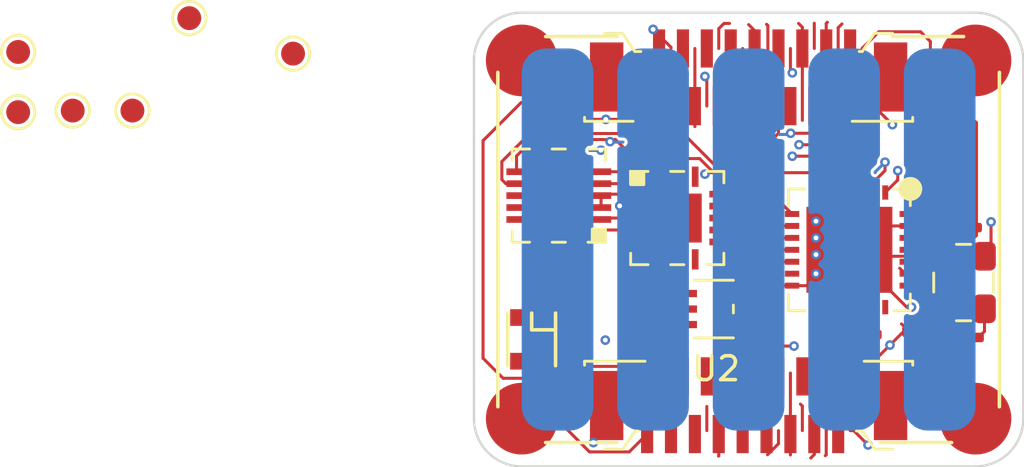
<source format=kicad_pcb>
(kicad_pcb (version 20211014) (generator pcbnew)
  (layers (0 "F.Cu" signal "Front") (1 "In1.Cu" power) (2 "In2.Cu" signal) (3 "In3.Cu" signal) (4 "In4.Cu" signal) (5 "In5.Cu" signal) (6 "In6.Cu" signal) (31 "B.Cu" signal "Back") (34 "B.Paste" user) (35 "F.Paste" user) (36 "B.SilkS" user "B.Silkscreen") (37 "F.SilkS" user "F.Silkscreen") (38 "B.Mask" user) (39 "F.Mask" user) (44 "Edge.Cuts" user))
  (net 0 "")
  (net 1 "Net-(C5-Pad1)")
  (net 2 "Net-(C6-Pad1)")
  (net 3 "Net-(C6-Pad2)")
  (net 4 "GND")
  (net 5 "Net-(C3-Pad1)")
  (net 6 "+3.3V")
  (net 7 "XTAL2")
  (net 8 "XTAL1")
  (net 9 "IN_ref")
  (net 10 "LED_IN")
  (net 11 "ADD_IN1")
  (net 12 "I2C_SDA")
  (net 13 "I2C_SCL")
  (net 14 "ADD_IN2")
  (net 15 "ADD_IN3")
  (net 16 "ADD_IN4")
  (net 17 "AUX1")
  (net 18 "AUX2")
  (net 19 "AUX3")
  (net 20 "SCLK")
  (net 21 "DIN")
  (net 22 "DOUT")
  (net 23 "unconnected-(J1-Pad19)")
  (net 25 "ADD_OUT4")
  (net 26 "ADD_OUT3")
  (net 27 "ADD_OUT2")
  (net 28 "ADD_OUT1")
  (net 29 "LED_OUT")
  (net 30 "unconnected-(J2-Pad19)")
  (net 32 "Net-(R1-Pad2)")
  (net 33 "/drdy")
  (net 34 "Net-(R4-Pad1)")
  (net 35 "CS")
  (net 36 "IN1")
  (net 37 "IN2")
  (net 38 "IN3")
  (net 39 "IN4")
  (net 40 "IN5")
  (net 47 "/A3")
  (net 48 "/carry2")
  (net 50 "/A1")
  (net 51 "/carry0")
  (net 52 "/S1")
  (net 53 "/A0")
  (net 54 "/S0")
  (net 55 "/S3")
  (net 56 "/S2")
  (net 57 "/A2")
  (net 58 "/carry1")
  (footprint "Capacitor_SMD:C_0201_0603Metric" (layer "F.Cu") (at 162.92 100.28)
    (fp_text reference "R1" hide)
    (fp_text value "10K" hide)
    (pad "1" smd roundrect (at -0.32 0) (size 0.46 0.4) (layers "F.Cu" "F.Mask") (net 2 "Net-(C6-Pad1)"))
    (pad "2" smd roundrect (at 0.32 0) (size 0.46 0.4) (layers "F.Cu" "F.Mask") (net 32 "Net-(R1-Pad2)"))
  )
  (footprint "Capacitor_SMD:C_0201_0603Metric" (layer "F.Cu") (at 170.52 101.68 90)
    (fp_text reference "C3" hide)
    (fp_text value "1uF" hide)
    (pad "1" smd roundrect (at -0.32 0 90) (size 0.46 0.4) (layers "F.Cu" "F.Mask") (net 5 "Net-(C3-Pad1)"))
    (pad "2" smd roundrect (at 0.32 0 90) (size 0.46 0.4) (layers "F.Cu" "F.Mask") (net 4 "GND"))
  )
  (footprint "00_Custom:TestPoint_Pad_D1.0mm" (layer "F.Cu") (at 143.425 94.715)
    (fp_text reference "TP4" hide)
    (fp_text value "TP_AUX2" hide)
    (fp_circle (center 0 0) (end 0 0.7) (layer "F.SilkS") (width 0.12) (fill none))
    (pad "1" smd circle (at 0 0) (size 1 1) (layers "F.Cu" "F.Mask") (net 18 "AUX2"))
  )
  (footprint "Capacitor_SMD:C_0201_0603Metric" (layer "F.Cu") (at 170.35 100.49)
    (fp_text reference "C4" hide)
    (fp_text value "100nF" hide)
    (pad "1" smd roundrect (at -0.32 0) (size 0.46 0.4) (layers "F.Cu" "F.Mask") (net 6 "+3.3V"))
    (pad "2" smd roundrect (at 0.32 0) (size 0.46 0.4) (layers "F.Cu" "F.Mask") (net 4 "GND"))
  )
  (footprint "Capacitor_SMD:C_0201_0603Metric" (layer "F.Cu") (at 162.92 101.13)
    (fp_text reference "R2" hide)
    (fp_text value "10M" hide)
    (pad "1" smd roundrect (at -0.32 0) (size 0.46 0.4) (layers "F.Cu" "F.Mask") (net 2 "Net-(C6-Pad1)"))
    (pad "2" smd roundrect (at 0.32 0) (size 0.46 0.4) (layers "F.Cu" "F.Mask") (net 3 "Net-(C6-Pad2)"))
  )
  (footprint "00_Custom:SN74LVC1G132DCKR" (layer "F.Cu") (at 161.036 105.41)
    (fp_text reference "U2" (at 0.1 2.5) (layer "F.SilkS"))
    (fp_text value "SN74LVC1G132DCKR" hide)
    (fp_line (start 0.8255 -1.2065) (end -0.8255 -1.2065) (layer "F.SilkS") (width 0.12))
    (fp_line (start 0.8255 0.164859) (end 0.8255 -0.164859) (layer "F.SilkS") (width 0.12))
    (fp_line (start -0.8255 1.2065) (end 0.8255 1.2065) (layer "F.SilkS") (width 0.12))
    (pad "1" smd rect (at -1.121151 -0.649999) (size 0.845299 0.3048) (layers "F.Cu" "F.Paste" "F.Mask") (net 48 "/carry2"))
    (pad "2" smd rect (at -1.121151 0) (size 0.845299 0.3048) (layers "F.Cu" "F.Paste" "F.Mask") (net 47 "/A3"))
    (pad "3" smd rect (at -1.121151 0.649999) (size 0.845299 0.3048) (layers "F.Cu" "F.Paste" "F.Mask") (net 4 "GND"))
    (pad "4" smd rect (at 1.121151 0.649999) (size 0.845299 0.3048) (layers "F.Cu" "F.Paste" "F.Mask"))
    (pad "5" smd rect (at 1.121151 -0.649999) (size 0.845299 0.3048) (layers "F.Cu" "F.Paste" "F.Mask") (net 6 "+3.3V"))
  )
  (footprint "Capacitor_SMD:C_0201_0603Metric" (layer "F.Cu") (at 171.72 102 180)
    (fp_text reference "C1" hide)
    (fp_text value "22pF" hide)
    (pad "1" smd roundrect (at -0.32 0 180) (size 0.46 0.4) (layers "F.Cu" "F.Mask") (net 6 "+3.3V"))
    (pad "2" smd roundrect (at 0.32 0 180) (size 0.46 0.4) (layers "F.Cu" "F.Mask") (net 7 "XTAL2"))
  )
  (footprint "Capacitor_SMD:C_0201_0603Metric" (layer "F.Cu") (at 169.475 106.33)
    (fp_text reference "R3" hide)
    (fp_text value "1M" hide)
    (pad "1" smd roundrect (at -0.32 0) (size 0.46 0.4) (layers "F.Cu" "F.Mask") (net 33 "/drdy"))
    (pad "2" smd roundrect (at 0.32 0) (size 0.46 0.4) (layers "F.Cu" "F.Mask") (net 6 "+3.3V"))
  )
  (footprint "00_Custom:TestPoint_Pad_D1.0mm" (layer "F.Cu") (at 136.7 97.1)
    (fp_text reference "TP3" hide)
    (fp_text value "TP_AUX1" hide)
    (fp_circle (center 0 0) (end 0 0.7) (layer "F.SilkS") (width 0.12) (fill none))
    (pad "1" smd circle (at 0 0) (size 1 1) (layers "F.Cu" "F.Mask") (net 17 "AUX1"))
  )
  (footprint "00_Custom:TestPoint_Pad_D1.0mm" (layer "F.Cu") (at 131.915 97.165)
    (fp_text reference "TP6" hide)
    (fp_text value "TP_CS" hide)
    (fp_circle (center 0 0) (end 0 0.7) (layer "F.SilkS") (width 0.12) (fill none))
    (pad "1" smd circle (at 0 0) (size 1 1) (layers "F.Cu" "F.Mask") (net 35 "CS"))
  )
  (footprint "00_Custom:SMD3225-4P" (layer "F.Cu") (at 171.5 104.3 90)
    (fp_text reference "XTAL1" hide)
    (fp_text value "4.096MHz" hide)
    (fp_line (start -0.4 -1.25) (end 0.4 -1.25) (layer "F.SilkS") (width 0.12))
    (fp_line (start -0.4 1.25) (end 0.4 1.25) (layer "F.SilkS") (width 0.12))
    (fp_line (start 1.6 -0.3) (end 1.6 0.3) (layer "F.SilkS") (width 0.12))
    (fp_line (start -1.6 -0.3) (end -1.6 0.3) (layer "F.SilkS") (width 0.12))
    (pad "1" smd roundrect (at -1.1 0.875 180) (size 0.95 1.2) (layers "F.Cu" "F.Paste" "F.Mask") (net 6 "+3.3V"))
    (pad "2" smd roundrect (at 1.1 0.875 180) (size 0.95 1.2) (layers "F.Cu" "F.Paste" "F.Mask") (net 4 "GND"))
    (pad "3" smd roundrect (at 1.1 -0.875 180) (size 0.95 1.2) (layers "F.Cu" "F.Paste" "F.Mask") (net 7 "XTAL2"))
    (pad "4" smd roundrect (at -1.1 -0.875 270) (size 1.2 0.95) (layers "F.Cu" "F.Paste" "F.Mask") (net 8 "XTAL1"))
  )
  (footprint "00_Custom:TestPoint_Pad_D1.0mm" (layer "F.Cu") (at 131.915 94.645)
    (fp_text reference "TP1" hide)
    (fp_text value "TP_SDA" hide)
    (fp_circle (center 0 0) (end 0 0.7) (layer "F.SilkS") (width 0.12) (fill none))
    (pad "1" smd circle (at 0 0) (size 1 1) (layers "F.Cu" "F.Mask") (net 12 "I2C_SDA"))
  )
  (footprint "00_Custom:SN74ALVC08RGYR" (layer "F.Cu") (at 159.512 101.6)
    (fp_text reference "U3" hide)
    (fp_text value "SN74ALVC08RGYR" hide)
    (fp_line (start 1.222695 1.952) (end 1.952 1.952) (layer "F.SilkS") (width 0.12))
    (fp_line (start -1.222695 -1.952) (end -1.952 -1.952) (layer "F.SilkS") (width 0.12))
    (fp_line (start 1.952 -1.472695) (end 1.952 -1.952) (layer "F.SilkS") (width 0.12))
    (fp_line (start -1.952 -1.952) (end -1.952 -1.472695) (layer "F.SilkS") (width 0.12))
    (fp_line (start -0.277307 1.952) (end 0.277307 1.952) (layer "F.SilkS") (width 0.12))
    (fp_line (start 0.277307 -1.952) (end -0.277307 -1.952) (layer "F.SilkS") (width 0.12))
    (fp_line (start 1.952 1.952) (end 1.952 1.472695) (layer "F.SilkS") (width 0.12))
    (fp_line (start -1.952 1.472695) (end -1.952 1.952) (layer "F.SilkS") (width 0.12))
    (fp_line (start 1.952 -1.952) (end 1.222695 -1.952) (layer "F.SilkS") (width 0.12))
    (fp_line (start -1.952 1.952) (end -1.222695 1.952) (layer "F.SilkS") (width 0.12))
    (fp_rect (start -1.952 -1.952) (end -1.4 -1.4) (layer "F.SilkS") (width 0.12) (fill solid))
    (pad "1" smd rect (at -0.750001 -1.731) (size 0.279908 0.849884) (layers "F.Cu" "F.Mask") (net 50 "/A1"))
    (pad "2" smd rect (at -1.769001 -1.000001 90) (size 0.279908 0.849884) (layers "F.Cu" "F.Mask") (net 51 "/carry0"))
    (pad "3" smd rect (at -1.769001 -0.499999 90) (size 0.279908 0.849884) (layers "F.Cu" "F.Mask") (net 52 "/S1"))
    (pad "4" smd rect (at -1.769001 0 90) (size 0.279908 0.849884) (layers "F.Cu" "F.Mask") (net 53 "/A0"))
    (pad "5" smd rect (at -1.769001 0.499999 90) (size 0.279908 0.849884) (layers "F.Cu" "F.Mask") (net 6 "+3.3V"))
    (pad "6" smd rect (at -1.769001 1.000001 90) (size 0.279908 0.849884) (layers "F.Cu" "F.Mask") (net 54 "/S0"))
    (pad "7" smd rect (at -0.750001 1.731) (size 0.279908 0.849884) (layers "F.Cu" "F.Mask") (net 4 "GND"))
    (pad "8" smd rect (at 0.750001 1.731) (size 0.279908 0.849884) (layers "F.Cu" "F.Mask") (net 55 "/S3"))
    (pad "9" smd rect (at 1.769001 1.000001 90) (size 0.279908 0.849884) (layers "F.Cu" "F.Mask") (net 47 "/A3"))
    (pad "10" smd rect (at 1.769001 0.499999 90) (size 0.279908 0.849884) (layers "F.Cu" "F.Mask") (net 48 "/carry2"))
    (pad "11" smd rect (at 1.769001 0 90) (size 0.279908 0.849884) (layers "F.Cu" "F.Mask") (net 56 "/S2"))
    (pad "12" smd rect (at 1.769001 -0.499999 90) (size 0.279908 0.849884) (layers "F.Cu" "F.Mask") (net 57 "/A2"))
    (pad "13" smd rect (at 1.769001 -1.000001 90) (size 0.279908 0.849884) (layers "F.Cu" "F.Mask") (net 58 "/carry1"))
    (pad "14" smd rect (at 0.750001 -1.731) (size 0.279908 0.849884) (layers "F.Cu" "F.Mask") (net 6 "+3.3V"))
    (pad "15" smd rect (at 0 0) (size 2.05 2.05) (layers "F.Cu") (net 4 "GND"))
  )
  (footprint "00_Custom:TestPoint_Pad_D1.0mm" (layer "F.Cu") (at 139.08 93.23)
    (fp_text reference "TP2" hide)
    (fp_text value "TP_SCL" hide)
    (fp_circle (center 0 0) (end 0 0.7) (layer "F.SilkS") (width 0.12) (fill none))
    (pad "1" smd circle (at 0 0) (size 1 1) (layers "F.Cu" "F.Mask") (net 13 "I2C_SCL"))
  )
  (footprint "Capacitor_SMD:C_0201_0603Metric" (layer "F.Cu") (at 171.8 106.6 180)
    (fp_text reference "C2" hide)
    (fp_text value "22pF" hide)
    (pad "1" smd roundrect (at -0.32 0 180) (size 0.46 0.4) (layers "F.Cu" "F.Mask") (net 6 "+3.3V"))
    (pad "2" smd roundrect (at 0.32 0 180) (size 0.46 0.4) (layers "F.Cu" "F.Mask") (net 8 "XTAL1"))
  )
  (footprint "00_Custom:XF2J-1824-12A" (layer "F.Cu") (at 158.250001 110.643)
    (fp_text reference "J1" hide)
    (fp_text value "COM_IN" hide)
    (fp_line (start -2.620701 -3.048) (end -2.620701 -2.883381) (layer "F.SilkS") (width 0.12))
    (fp_line (start -1.016 0.635) (end -0.508 -0.127) (layer "F.SilkS") (width 0.12))
    (fp_line (start -1.016 0.635) (end -1.778 0.635) (layer "F.SilkS") (width 0.12))
    (fp_line (start 11.120699 -3.048) (end 9.086738 -3.048) (layer "F.SilkS") (width 0.12))
    (fp_line (start 9.525 0.635) (end 9.017 -0.127) (layer "F.SilkS") (width 0.12))
    (fp_line (start 9.525 0.635) (end 10.287 0.635) (layer "F.SilkS") (width 0.12))
    (fp_line (start -0.508 -0.127) (end -0.381 -0.127) (layer "F.SilkS") (width 0.12))
    (fp_line (start 11.120699 -2.883381) (end 11.120699 -3.048) (layer "F.SilkS") (width 0.12))
    (fp_line (start -0.086741 -3.048) (end -2.620701 -3.048) (layer "F.SilkS") (width 0.12))
    (fp_line (start 9.017 -0.127) (end 8.763 -0.127) (layer "F.SilkS") (width 0.12))
    (pad "1" smd rect (at 0 0) (size 0.508 1.6002) (layers "F.Cu" "F.Paste" "F.Mask") (net 9 "IN_ref"))
    (pad "2" smd rect (at 0.499999 -2.413) (size 0.508 1.6002) (layers "F.Cu" "F.Paste" "F.Mask") (net 4 "GND"))
    (pad "3" smd rect (at 0.999998 0) (size 0.508 1.6002) (layers "F.Cu" "F.Paste" "F.Mask") (net 10 "LED_IN"))
    (pad "4" smd rect (at 1.5 -2.413) (size 0.508 1.6002) (layers "F.Cu" "F.Paste" "F.Mask") (net 11 "ADD_IN1"))
    (pad "5" smd rect (at 1.999999 0) (size 0.508 1.6002) (layers "F.Cu" "F.Paste" "F.Mask") (net 12 "I2C_SDA"))
    (pad "6" smd rect (at 2.5 -2.413) (size 0.508 1.6002) (layers "F.Cu" "F.Paste" "F.Mask") (net 13 "I2C_SCL"))
    (pad "7" smd rect (at 2.999999 0) (size 0.508 1.6002) (layers "F.Cu" "F.Paste" "F.Mask") (net 14 "ADD_IN2"))
    (pad "8" smd rect (at 3.499998 -2.413) (size 0.508 1.6002) (layers "F.Cu" "F.Paste" "F.Mask") (net 15 "ADD_IN3"))
    (pad "9" smd rect (at 4 0) (size 0.508 1.6002) (layers "F.Cu" "F.Paste" "F.Mask") (net 16 "ADD_IN4"))
    (pad "10" smd rect (at 4.499999 -2.413) (size 0.508 1.6002) (layers "F.Cu" "F.Paste" "F.Mask") (net 4 "GND"))
    (pad "11" smd rect (at 4.999998 0) (size 0.508 1.6002) (layers "F.Cu" "F.Paste" "F.Mask") (net 17 "AUX1"))
    (pad "12" smd rect (at 5.499999 -2.413) (size 0.508 1.6002) (layers "F.Cu" "F.Paste" "F.Mask") (net 18 "AUX2"))
    (pad "13" smd rect (at 5.999998 0) (size 0.508 1.6002) (layers "F.Cu" "F.Paste" "F.Mask") (net 19 "AUX3"))
    (pad "14" smd rect (at 6.5 -2.413) (size 0.508 1.6002) (layers "F.Cu" "F.Paste" "F.Mask") (net 20 "SCLK"))
    (pad "15" smd rect (at 6.999999 0) (size 0.508 1.6002) (layers "F.Cu" "F.Paste" "F.Mask") (net 21 "DIN"))
    (pad "16" smd rect (at 7.499998 -2.413) (size 0.508 1.6002) (layers "F.Cu" "F.Paste" "F.Mask") (net 22 "DOUT"))
    (pad "17" smd rect (at 7.999999 0) (size 0.508 1.6002) (layers "F.Cu" "F.Paste" "F.Mask") (net 4 "GND"))
    (pad "18" smd rect (at 8.499998 -2.413) (size 0.508 1.6002) (layers "F.Cu" "F.Paste" "F.Mask") (net 6 "+3.3V"))
    (pad "19" smd rect (at -1.693601 -1.1938) (size 1.397 2.8956) (layers "F.Cu" "F.Paste" "F.Mask") (net 23 "unconnected-(J1-Pad19)"))
    (pad "20" smd rect (at 10.193599 -1.1938) (size 1.397 2.8956) (layers "F.Cu" "F.Paste" "F.Mask"))
  )
  (footprint "00_Custom:WS2812-2020" (layer "F.Cu") (at 153.416 106.68 90)
    (fp_text reference "LED1" hide)
    (fp_text value "WS2812-2020" hide)
    (fp_line (start -1.1 -1) (end 1.1 -1) (layer "F.SilkS") (width 0.15))
    (fp_line (start -1.1 1) (end 1.1 1) (layer "F.SilkS") (width 0.15))
    (fp_line (start 0.4 1) (end 0.4 0) (layer "F.SilkS") (width 0.15))
    (fp_line (start 0.4 0) (end 1.1 0) (layer "F.SilkS") (width 0.15))
    (pad "1" smd rect (at 0.915 0.55 90) (size 0.7 0.7) (layers "F.Cu" "F.Paste" "F.Mask") (net 29 "LED_OUT"))
    (pad "2" smd rect (at 0.915 -0.55 90) (size 0.7 0.7) (layers "F.Cu" "F.Paste" "F.Mask") (net 4 "GND"))
    (pad "3" smd rect (at -0.915 -0.55 90) (size 0.7 0.7) (layers "F.Cu" "F.Paste" "F.Mask") (net 10 "LED_IN"))
    (pad "4" smd rect (at -0.915 0.55 90) (size 0.7 0.7) (layers "F.Cu" "F.Paste" "F.Mask") (net 6 "+3.3V"))
  )
  (footprint "00_Custom:XF2J-1824-12A" (layer "F.Cu") (at 166.749999 94.5 180)
    (fp_text reference "J2" hide)
    (fp_text value "COM_OUT" hide)
    (fp_line (start 11.120699 -2.883381) (end 11.120699 -3.048) (layer "F.SilkS") (width 0.12))
    (fp_line (start 9.017 -0.127) (end 8.763 -0.127) (layer "F.SilkS") (width 0.12))
    (fp_line (start -1.016 0.635) (end -0.508 -0.127) (layer "F.SilkS") (width 0.12))
    (fp_line (start 11.120699 -3.048) (end 9.086738 -3.048) (layer "F.SilkS") (width 0.12))
    (fp_line (start 9.525 0.635) (end 9.017 -0.127) (layer "F.SilkS") (width 0.12))
    (fp_line (start 9.525 0.635) (end 10.287 0.635) (layer "F.SilkS") (width 0.12))
    (fp_line (start -2.620701 -3.048) (end -2.620701 -2.883381) (layer "F.SilkS") (width 0.12))
    (fp_line (start -0.508 -0.127) (end -0.381 -0.127) (layer "F.SilkS") (width 0.12))
    (fp_line (start -1.016 0.635) (end -1.778 0.635) (layer "F.SilkS") (width 0.12))
    (fp_line (start -0.086741 -3.048) (end -2.620701 -3.048) (layer "F.SilkS") (width 0.12))
    (pad "1" smd rect (at 0 0 180) (size 0.508 1.6002) (layers "F.Cu" "F.Paste" "F.Mask") (net 6 "+3.3V"))
    (pad "2" smd rect (at 0.499999 -2.413 180) (size 0.508 1.6002) (layers "F.Cu" "F.Paste" "F.Mask") (net 4 "GND"))
    (pad "3" smd rect (at 0.999998 0 180) (size 0.508 1.6002) (layers "F.Cu" "F.Paste" "F.Mask") (net 22 "DOUT"))
    (pad "4" smd rect (at 1.5 -2.413 180) (size 0.508 1.6002) (layers "F.Cu" "F.Paste" "F.Mask") (net 21 "DIN"))
    (pad "5" smd rect (at 1.999999 0 180) (size 0.508 1.6002) (layers "F.Cu" "F.Paste" "F.Mask") (net 20 "SCLK"))
    (pad "6" smd rect (at 2.5 -2.413 180) (size 0.508 1.6002) (layers "F.Cu" "F.Paste" "F.Mask") (net 19 "AUX3"))
    (pad "7" smd rect (at 2.999999 0 180) (size 0.508 1.6002) (layers "F.Cu" "F.Paste" "F.Mask") (net 18 "AUX2"))
    (pad "8" smd rect (at 3.499998 -2.413 180) (size 0.508 1.6002) (layers "F.Cu" "F.Paste" "F.Mask") (net 17 "AUX1"))
    (pad "9" smd rect (at 4 0 180) (size 0.508 1.6002) (layers "F.Cu" "F.Paste" "F.Mask") (net 4 "GND"))
    (pad "10" smd rect (at 4.499999 -2.413 180) (size 0.508 1.6002) (layers "F.Cu" "F.Paste" "F.Mask") (net 25 "ADD_OUT4"))
    (pad "11" smd rect (at 4.999998 0 180) (size 0.508 1.6002) (layers "F.Cu" "F.Paste" "F.Mask") (net 26 "ADD_OUT3"))
    (pad "12" smd rect (at 5.499999 -2.413 180) (size 0.508 1.6002) (layers "F.Cu" "F.Paste" "F.Mask") (net 27 "ADD_OUT2"))
    (pad "13" smd rect (at 5.999998 0 180) (size 0.508 1.6002) (layers "F.Cu" "F.Paste" "F.Mask") (net 13 "I2C_SCL"))
    (pad "14" smd rect (at 6.5 -2.413 180) (size 0.508 1.6002) (layers "F.Cu" "F.Paste" "F.Mask") (net 12 "I2C_SDA"))
    (pad "15" smd rect (at 6.999999 0 180) (size 0.508 1.6002) (layers "F.Cu" "F.Paste" "F.Mask") (net 28 "ADD_OUT1"))
    (pad "16" smd rect (at 7.499998 -2.413 180) (size 0.508 1.6002) (layers "F.Cu" "F.Paste" "F.Mask") (net 29 "LED_OUT"))
    (pad "17" smd rect (at 7.999999 0 180) (size 0.508 1.6002) (layers "F.Cu" "F.Paste" "F.Mask") (net 4 "GND"))
    (pad "18" smd rect (at 8.499998 -2.413 180) (size 0.508 1.6002) (layers "F.Cu" "F.Paste" "F.Mask") (net 9 "IN_ref"))
    (pad "19" smd rect (at -1.693601 -1.1938 180) (size 1.397 2.8956) (layers "F.Cu" "F.Paste" "F.Mask") (net 30 "unconnected-(J2-Pad19)"))
    (pad "20" smd rect (at 10.193599 -1.1938 180) (size 1.397 2.8956) (layers "F.Cu" "F.Paste" "F.Mask"))
  )
  (footprint "00_Custom:TestPoint_Pad_D1.0mm" (layer "F.Cu") (at 134.2 97.1)
    (fp_text reference "TP5" hide)
    (fp_text value "TP_AUX3" hide)
    (fp_circle (center 0 0) (end 0 0.7) (layer "F.SilkS") (width 0.12) (fill none))
    (pad "1" smd circle (at 0 0) (size 1 1) (layers "F.Cu" "F.Mask") (net 19 "AUX3"))
  )
  (footprint "Capacitor_SMD:C_0201_0603Metric" (layer "F.Cu") (at 167.52 106.48)
    (fp_text reference "R4" hide)
    (fp_text value "51" hide)
    (pad "1" smd roundrect (at -0.32 0) (size 0.46 0.4) (layers "F.Cu" "F.Mask") (net 34 "Net-(R4-Pad1)"))
    (pad "2" smd roundrect (at 0.32 0) (size 0.46 0.4) (layers "F.Cu" "F.Mask") (net 22 "DOUT"))
  )
  (footprint "Capacitor_SMD:C_0201_0603Metric" (layer "F.Cu") (at 163.32 103.93 -90)
    (fp_text reference "C5" hide)
    (fp_text value "100nF" hide)
    (pad "1" smd roundrect (at -0.32 0 270) (size 0.46 0.4) (layers "F.Cu" "F.Mask") (net 1 "Net-(C5-Pad1)"))
    (pad "2" smd roundrect (at 0.32 0 270) (size 0.46 0.4) (layers "F.Cu" "F.Mask") (net 4 "GND"))
  )
  (footprint "Capacitor_SMD:C_0201_0603Metric" (layer "F.Cu") (at 162.92 101.93)
    (fp_text reference "C6" hide)
    (fp_text value "1nF" hide)
    (pad "1" smd roundrect (at -0.32 0) (size 0.46 0.4) (layers "F.Cu" "F.Mask") (net 2 "Net-(C6-Pad1)"))
    (pad "2" smd roundrect (at 0.32 0) (size 0.46 0.4) (layers "F.Cu" "F.Mask") (net 3 "Net-(C6-Pad2)"))
  )
  (footprint "00_Custom:SN74LVC86ARGYR" (layer "F.Cu") (at 154.552 100.66 180)
    (fp_text reference "U4" hide)
    (fp_text value "SN74LVC86ARGYR" hide)
    (fp_line (start 0.277307 -1.952) (end -0.277307 -1.952) (layer "F.SilkS") (width 0.12))
    (fp_line (start 1.952 -1.952) (end 1.222695 -1.952) (layer "F.SilkS") (width 0.12))
    (fp_line (start 1.952 -1.472695) (end 1.952 -1.952) (layer "F.SilkS") (width 0.12))
    (fp_line (start -1.952 -1.952) (end -1.952 -1.472695) (layer "F.SilkS") (width 0.12))
    (fp_line (start -1.952 1.952) (end -1.222695 1.952) (layer "F.SilkS") (width 0.12))
    (fp_line (start 1.952 1.952) (end 1.952 1.472695) (layer "F.SilkS") (width 0.12))
    (fp_line (start -1.222695 -1.952) (end -1.952 -1.952) (layer "F.SilkS") (width 0.12))
    (fp_line (start 1.222695 1.952) (end 1.952 1.952) (layer "F.SilkS") (width 0.12))
    (fp_line (start -1.952 1.472695) (end -1.952 1.952) (layer "F.SilkS") (width 0.12))
    (fp_line (start -0.277307 1.952) (end 0.277307 1.952) (layer "F.SilkS") (width 0.12))
    (fp_rect (start -1.952 -1.952) (end -1.4 -1.4) (layer "F.SilkS") (width 0.12) (fill solid))
    (pad "1" smd rect (at -0.750001 -1.731 180) (size 0.279908 0.849884) (layers "F.Cu" "F.Mask") (net 6 "+3.3V"))
    (pad "2" smd rect (at -1.769001 -1.000001 270) (size 0.279908 0.849884) (layers "F.Cu" "F.Mask") (net 53 "/A0"))
    (pad "3" smd rect (at -1.769001 -0.499999 270) (size 0.279908 0.849884) (layers "F.Cu" "F.Mask") (net 51 "/carry0"))
    (pad "4" smd rect (at -1.769001 0 270) (size 0.279908 0.849884) (layers "F.Cu" "F.Mask") (net 51 "/carry0"))
    (pad "5" smd rect (at -1.769001 0.499999 270) (size 0.279908 0.849884) (layers "F.Cu" "F.Mask") (net 50 "/A1"))
    (pad "6" smd rect (at -1.769001 1.000001 270) (size 0.279908 0.849884) (layers "F.Cu" "F.Mask") (net 58 "/carry1"))
    (pad "7" smd rect (at -0.750001 1.731 180) (size 0.279908 0.849884) (layers "F.Cu" "F.Mask") (net 4 "GND"))
    (pad "8" smd rect (at 0.750001 1.731 180) (size 0.279908 0.849884) (layers "F.Cu" "F.Mask") (net 48 "/carry2"))
    (pad "9" smd rect (at 1.769001 1.000001 270) (size 0.279908 0.849884) (layers "F.Cu" "F.Mask") (net 58 "/carry1"))
    (pad "10" smd rect (at 1.769001 0.499999 270) (size 0.279908 0.849884) (layers "F.Cu" "F.Mask") (net 57 "/A2"))
    (pad "11" smd rect (at 1.769001 0 270) (size 0.279908 0.849884) (layers "F.Cu" "F.Mask"))
    (pad "12" smd rect (at 1.769001 -0.499999 270) (size 0.279908 0.849884) (layers "F.Cu" "F.Mask"))
    (pad "13" smd rect (at 1.769001 -1.000001 270) (size 0.279908 0.849884) (layers "F.Cu" "F.Mask"))
    (pad "14" smd rect (at 0.750001 -1.731 180) (size 0.279908 0.849884) (layers "F.Cu" "F.Mask") (net 6 "+3.3V"))
    (pad "15" smd rect (at 0 0 180) (size 2.05 2.05) (layers "F.Cu") (net 4 "GND"))
  )
  (footprint "00_Custom:ADS1293CISQE" (layer "F.Cu") (at 166.72 102.93 -90)
    (fp_text reference "U1" hide)
    (fp_text value "ADS1293CISQE-NOPB" hide)
    (fp_line (start 2.55 -2.55) (end 1.85 -2.55) (layer "F.SilkS") (width 0.12))
    (fp_line (start 2.55 2.55) (end 2.55 1.85) (layer "F.SilkS") (width 0.12))
    (fp_line (start -2.55 -2.55) (end -2.55 -1.85) (layer "F.SilkS") (width 0.12))
    (fp_line (start 2.55 -1.85) (end 2.55 -2.55) (layer "F.SilkS") (width 0.12))
    (fp_line (start -1.85 -2.55) (end -2.55 -2.55) (layer "F.SilkS") (width 0.12))
    (fp_line (start -2.55 2.55) (end -1.85 2.55) (layer "F.SilkS") (width 0.12))
    (fp_line (start 1.85 2.55) (end 2.55 2.55) (layer "F.SilkS") (width 0.12))
    (fp_line (start -2.55 1.85) (end -2.55 2.55) (layer "F.SilkS") (width 0.12))
    (fp_circle (center -2.55 -2.55) (end -2.05 -2.55) (layer "F.SilkS") (width 0) (fill solid))
    (pad "1" smd rect (at -2.4 -1.5) (size 0.25 0.6) (layers "F.Cu" "F.Paste" "F.Mask") (net 36 "IN1"))
    (pad "2" smd rect (at -2.4 -1.000001) (size 0.25 0.6) (layers "F.Cu" "F.Paste" "F.Mask") (net 37 "IN2"))
    (pad "3" smd rect (at -2.4 -0.499999) (size 0.25 0.6) (layers "F.Cu" "F.Paste" "F.Mask") (net 38 "IN3"))
    (pad "4" smd rect (at -2.4 0) (size 0.25 0.6) (layers "F.Cu" "F.Paste" "F.Mask") (net 39 "IN4"))
    (pad "5" smd rect (at -2.4 0.499999) (size 0.25 0.6) (layers "F.Cu" "F.Paste" "F.Mask") (net 40 "IN5"))
    (pad "6" smd rect (at -2.4 1.000001) (size 0.25 0.6) (layers "F.Cu" "F.Paste" "F.Mask") (net 9 "IN_ref"))
    (pad "7" smd rect (at -2.4 1.5) (size 0.25 0.6) (layers "F.Cu" "F.Paste" "F.Mask"))
    (pad "8" smd rect (at -1.5 2.4 270) (size 0.25 0.6) (layers "F.Cu" "F.Paste" "F.Mask") (net 32 "Net-(R1-Pad2)"))
    (pad "9" smd rect (at -1.000001 2.4 270) (size 0.25 0.6) (layers "F.Cu" "F.Paste" "F.Mask") (net 3 "Net-(C6-Pad2)"))
    (pad "10" smd rect (at -0.499999 2.4 270) (size 0.25 0.6) (layers "F.Cu" "F.Paste" "F.Mask") (net 2 "Net-(C6-Pad1)"))
    (pad "11" smd rect (at 0 2.4 270) (size 0.25 0.6) (layers "F.Cu" "F.Paste" "F.Mask") (net 1 "Net-(C5-Pad1)"))
    (pad "12" smd rect (at 0.499999 2.4 270) (size 0.25 0.6) (layers "F.Cu" "F.Paste" "F.Mask") (net 1 "Net-(C5-Pad1)"))
    (pad "13" smd rect (at 1.000001 2.4 270) (size 0.25 0.6) (layers "F.Cu" "F.Paste" "F.Mask"))
    (pad "14" smd rect (at 1.5 2.4 270) (size 0.25 0.6) (layers "F.Cu" "F.Paste" "F.Mask") (net 4 "GND"))
    (pad "15" smd rect (at 2.4 1.5) (size 0.25 0.6) (layers "F.Cu" "F.Paste" "F.Mask"))
    (pad "16" smd rect (at 2.4 1.000001) (size 0.25 0.6) (layers "F.Cu" "F.Paste" "F.Mask") (net 35 "CS"))
    (pad "17" smd rect (at 2.4 0.499999) (size 0.25 0.6) (layers "F.Cu" "F.Paste" "F.Mask") (net 20 "SCLK"))
    (pad "18" smd rect (at 2.4 0) (size 0.25 0.6) (layers "F.Cu" "F.Paste" "F.Mask") (net 21 "DIN"))
    (pad "19" smd rect (at 2.4 -0.499999) (size 0.25 0.6) (layers "F.Cu" "F.Paste" "F.Mask") (net 34 "Net-(R4-Pad1)"))
    (pad "20" smd rect (at 2.4 -1.000001) (size 0.25 0.6) (layers "F.Cu" "F.Paste" "F.Mask") (net 33 "/drdy"))
    (pad "21" smd rect (at 2.4 -1.5) (size 0.25 0.6) (layers "F.Cu" "F.Paste" "F.Mask"))
    (pad "22" smd rect (at 1.5 -2.4 270) (size 0.25 0.6) (layers "F.Cu" "F.Paste" "F.Mask"))
    (pad "23" smd rect (at 1.000001 -2.4 270) (size 0.25 0.6) (layers "F.Cu" "F.Paste" "F.Mask") (net 8 "XTAL1"))
    (pad "24" smd rect (at 0.499999 -2.4 270) (size 0.25 0.6) (layers "F.Cu" "F.Paste" "F.Mask") (net 7 "XTAL2"))
    (pad "25" smd rect (at 0 -2.4 270) (size 0.25 0.6) (layers "F.Cu" "F.Paste" "F.Mask"))
    (pad "26" smd rect (at -0.499999 -2.4 270) (size 0.25 0.6) (layers "F.Cu" "F.Paste" "F.Mask") (net 5 "Net-(C3-Pad1)"))
    (pad "27" smd rect (at -1.000001 -2.4 270) (size 0.25 0.6) (layers "F.Cu" "F.Paste" "F.Mask") (net 4 "GND"))
    (pad "28" smd rect (at -1.5 -2.4 270) (size 0.25 0.6) (layers "F.Cu" "F.Paste" "F.Mask") (net 6 "+3.3V"))
    (pad "29" smd rect (at 0 0 270) (size 3.6 3.6) (layers "F.Cu") (net 4 "GND"))
  )
  (gr_circle (center 172 110) (end 173.5 110) (layer "F.Cu") (width 0) (fill solid))
  (gr_circle (center 172 95) (end 173.5 95) (layer "F.Cu") (width 0) (fill solid))
  (gr_circle (center 153 110) (end 154.5 110) (layer "F.Cu") (width 0) (fill solid))
  (gr_circle (center 153 95) (end 154.5 95) (layer "F.Cu") (width 0) (fill solid))
  (gr_line (start 173 95.5) (end 173 109.5) (layer "F.SilkS") (width 0.15))
  (gr_line (start 168 111) (end 171 111) (layer "F.SilkS") (width 0.15))
  (gr_line (start 152 95.5) (end 152 109.5) (layer "F.SilkS") (width 0.15))
  (gr_line (start 157 111) (end 154 111) (layer "F.SilkS") (width 0.15))
  (gr_line (start 157 94) (end 154 94) (layer "F.SilkS") (width 0.15))
  (gr_line (start 168.5 94) (end 171.5 94) (layer "F.SilkS") (width 0.15))
  (gr_line (start 174 95) (end 174 110) (layer "Edge.Cuts") (width 0.1))
  (gr_line (start 153 93) (end 172 93) (layer "Edge.Cuts") (width 0.1))
  (gr_arc (start 172 93) (mid 173.414214 93.585786) (end 174 95) (layer "Edge.Cuts") (width 0.1))
  (gr_arc (start 153 112) (mid 151.585786 111.414214) (end 151 110) (layer "Edge.Cuts") (width 0.1))
  (gr_arc (start 174 110) (mid 173.414214 111.414214) (end 172 112) (layer "Edge.Cuts") (width 0.1))
  (gr_arc (start 151 95) (mid 151.585786 93.585786) (end 153 93) (layer "Edge.Cuts") (width 0.1))
  (gr_line (start 153 112) (end 172 112) (layer "Edge.Cuts") (width 0.1))
  (gr_line (start 151 95) (end 151 110) (layer "Edge.Cuts") (width 0.1))
  (segment (start 163.32 103.61) (end 163.32 103.53) (width 0.127) (layer "F.Cu") (net 1))
  (segment (start 163.92 102.93) (end 163.32 103.53) (width 0.127) (layer "F.Cu") (net 1))
  (segment (start 163.32 103.61) (end 163.500001 103.429999) (width 0.127) (layer "F.Cu") (net 1))
  (segment (start 164.32 102.93) (end 163.92 102.93) (width 0.127) (layer "F.Cu") (net 1))
  (segment (start 163.500001 103.429999) (end 164.32 103.429999) (width 0.127) (layer "F.Cu") (net 1))
  (segment (start 162.6 102.01) (end 162.6 101.93) (width 0.127) (layer "F.Cu") (net 2))
  (segment (start 162.6 101.18) (end 162.6 100.43) (width 0.127) (layer "F.Cu") (net 2))
  (segment (start 163.020001 102.430001) (end 162.6 102.01) (width 0.127) (layer "F.Cu") (net 2))
  (segment (start 162.6 101.93) (end 162.6 101.18) (width 0.127) (layer "F.Cu") (net 2))
  (segment (start 164.32 102.430001) (end 163.020001 102.430001) (width 0.127) (layer "F.Cu") (net 2))
  (segment (start 164.32 101.929999) (end 163.24 101.93) (width 0.127) (layer "F.Cu") (net 3))
  (segment (start 163.24 101.93) (end 163.24 101.18) (width 0.127) (layer "F.Cu") (net 3))
  (segment (start 167.720001 101.929999) (end 166.72 102.93) (width 0.127) (layer "F.Cu") (net 4))
  (segment (start 166.72 102.93) (end 166.52 102.93) (width 0.127) (layer "F.Cu") (net 4))
  (segment (start 169.12 101.929999) (end 167.720001 101.929999) (width 0.127) (layer "F.Cu") (net 4))
  (segment (start 169.12 101.929999) (end 169.950001 101.929999) (width 0.127) (layer "F.Cu") (net 4))
  (segment (start 166.75 110.5) (end 166.9 110.5) (width 0.127) (layer "F.Cu") (net 4))
  (segment (start 163.25 107.5409) (end 163.830502 106.960398) (width 0.127) (layer "F.Cu") (net 4))
  (segment (start 163.32 104.25) (end 163.5 104.43) (width 0.127) (layer "F.Cu") (net 4))
  (segment (start 170.519171 101.36) (end 170.52 101.36) (width 0.127) (layer "F.Cu") (net 4))
  (segment (start 163.5 104.43) (end 164.32 104.43) (width 0.127) (layer "F.Cu") (net 4))
  (segment (start 159.25 94.45) (end 158.5 93.7) (width 0.127) (layer "F.Cu") (net 4))
  (segment (start 159.25 94.5) (end 159.25 94.45) (width 0.127) (layer "F.Cu") (net 4))
  (segment (start 162.5 93.5) (end 162.749999 93.749999) (width 0.127) (layer "F.Cu") (net 4))
  (segment (start 170.1295 101.7505) (end 170.1295 101.749671) (width 0.127) (layer "F.Cu") (net 4))
  (segment (start 158.761999 102.350001) (end 159.512 101.6) (width 0.127) (layer "F.Cu") (net 4))
  (segment (start 166.9 110.5) (end 167.5 111.1) (width 0.127) (layer "F.Cu") (net 4))
  (segment (start 172.65 101.76) (end 172.65 102.925) (width 0.127) (layer "F.Cu") (net 4))
  (segment (start 170.52 101.36) (end 170.52 100.64) (width 0.127) (layer "F.Cu") (net 4))
  (segment (start 158.761999 103.331) (end 158.761999 102.350001) (width 0.127) (layer "F.Cu") (net 4))
  (segment (start 163.830502 106.960398) (end 164.4 106.960398) (width 0.127) (layer "F.Cu") (net 4))
  (segment (start 164.32 104.43) (end 165.22 104.43) (width 0.127) (layer "F.Cu") (net 4))
  (segment (start 166.52 102.93) (end 165.32 101.73) (width 0.127) (layer "F.Cu") (net 4))
  (segment (start 172.65 102.925) (end 172.375 103.2) (width 0.127) (layer "F.Cu") (net 4))
  (segment (start 155.302001 98.929) (end 155.302001 99.909999) (width 0.127) (layer "F.Cu") (net 4))
  (segment (start 155.302001 99.909999) (end 154.552 100.66) (width 0.127) (layer "F.Cu") (net 4))
  (segment (start 163.25 108.087) (end 163.25 107.5409) (width 0.127) (layer "F.Cu") (net 4))
  (segment (start 162.749999 93.749999) (end 162.749999 94.5) (width 0.127) (layer "F.Cu") (net 4))
  (segment (start 165.22 104.43) (end 166.72 102.93) (width 0.127) (layer "F.Cu") (net 4))
  (segment (start 169.950001 101.929999) (end 170.1295 101.7505) (width 0.127) (layer "F.Cu") (net 4))
  (segment (start 169.12 105.33) (end 169.32 105.33) (width 0.127) (layer "F.Cu") (net 4))
  (segment (start 166.72 102.93) (end 169.12 105.33) (width 0.127) (layer "F.Cu") (net 4))
  (segment (start 170.1295 101.749671) (end 170.519171 101.36) (width 0.127) (layer "F.Cu") (net 4))
  (segment (start 170.52 100.64) (end 170.67 100.49) (width 0.127) (layer "F.Cu") (net 4))
  (via (at 167.5 111.1) (size 0.4) (drill 0.2) (layers "F.Cu" "B.Cu") (net 4))
  (via (at 165.32 103.93) (size 0.4) (drill 0.2) (layers "F.Cu" "B.Cu") (net 4))
  (via (at 165.32 103.13) (size 0.4) (drill 0.2) (layers "F.Cu" "B.Cu") (net 4))
  (via (at 165.32 101.73) (size 0.4) (drill 0.2) (layers "F.Cu" "B.Cu") (net 4))
  (via (at 164.4 106.960398) (size 0.4) (drill 0.2) (layers "F.Cu" "B.Cu") (net 4))
  (via (at 172.65 101.76) (size 0.4) (drill 0.2) (layers "F.Cu" "B.Cu") (net 4))
  (via (at 165.32 102.43) (size 0.4) (drill 0.2) (layers "F.Cu" "B.Cu") (net 4))
  (via (at 169.32 105.33) (size 0.4) (drill 0.2) (layers "F.Cu" "B.Cu") (net 4))
  (via (at 158.5 93.7) (size 0.4) (drill 0.2) (layers "F.Cu" "B.Cu") (net 4))
  (segment (start 169.809209 102.430001) (end 170.23921 102) (width 0.127) (layer "F.Cu") (net 5))
  (segment (start 170.23921 102) (end 170.52 102) (width 0.127) (layer "F.Cu") (net 5))
  (segment (start 169.12 102.430001) (end 169.809209 102.430001) (width 0.127) (layer "F.Cu") (net 5))
  (segment (start 169.74 106.646999) (end 169.74 106.23) (width 0.127) (layer "F.Cu") (net 6))
  (segment (start 167.249999 108.087) (end 168.4185 106.9185) (width 0.127) (layer "F.Cu") (net 6))
  (segment (start 168.4185 106.9185) (end 168.92 106.416999) (width 0.127) (layer "F.Cu") (net 6))
  (segment (start 171.7095 104.7345) (end 171.7095 102.660217) (width 0.127) (layer "F.Cu") (net 6))
  (segment (start 170.03 100.52) (end 169.12 101.43) (width 0.127) (layer "F.Cu") (net 6))
  (segment (start 171.730329 106.9905) (end 172.375 106.345829) (width 0.127) (layer "F.Cu") (net 6))
  (segment (start 157.742999 102.099999) (end 155.593002 102.099999) (width 0.127) (layer "F.Cu") (net 6))
  (segment (start 169.7 93.8) (end 167.949999 93.8) (width 0.127) (layer "F.Cu") (net 6))
  (segment (start 172.375 105.4) (end 171.7095 104.7345) (width 0.127) (layer "F.Cu") (net 6))
  (segment (start 170.11 94.21) (end 169.7 93.8) (width 0.127) (layer "F.Cu") (net 6))
  (segment (start 167.949999 93.8) (end 167.249999 94.5) (width 0.127) (layer "F.Cu") (net 6))
  (segment (start 172.375 106.345829) (end 172.375 105.4) (width 0.127) (layer "F.Cu") (net 6))
  (segment (start 155.302001 102.391) (end 153.801999 102.391) (width 0.127) (layer "F.Cu") (net 6))
  (segment (start 171.82 97.39) (end 170.03 99.18) (width 0.127) (layer "F.Cu") (net 6))
  (segment (start 171.7095 102.660217) (end 172.04 102.329717) (width 0.127) (layer "F.Cu") (net 6))
  (segment (start 171.82 97.39) (end 170.11 95.68) (width 0.127) (layer "F.Cu") (net 6))
  (segment (start 169.493501 106.9905) (end 171.730329 106.9905) (width 0.127) (layer "F.Cu") (net 6))
  (segment (start 172.04 97.61) (end 171.82 97.39) (width 0.127) (layer "F.Cu") (net 6))
  (segment (start 168.92 106.416999) (end 169.493501 106.9905) (width 0.127) (layer "F.Cu") (net 6))
  (segment (start 170.03 99.18) (end 170.03 100.49) (width 0.127) (layer "F.Cu") (net 6))
  (segment (start 170.03 100.49) (end 170.03 100.52) (width 0.127) (layer "F.Cu") (net 6))
  (segment (start 155.593002 102.099999) (end 155.302001 102.391) (width 0.127) (layer "F.Cu") (net 6))
  (segment (start 172.04 102) (end 172.04 97.61) (width 0.127) (layer "F.Cu") (net 6))
  (segment (start 172.04 102.329717) (end 172.04 102) (width 0.127) (layer "F.Cu") (net 6))
  (segment (start 170.11 95.68) (end 170.11 94.21) (width 0.127) (layer "F.Cu") (net 6))
  (via (at 156.5 106.71) (size 0.4) (drill 0.2) (layers "F.Cu" "B.Cu") (net 6))
  (via (at 168.4185 106.9185) (size 0.4) (drill 0.2) (layers "F.Cu" "B.Cu") (net 6))
  (segment (start 170.325001 103.199999) (end 168.3 103.199999) (width 0.127) (layer "F.Cu") (net 7))
  (segment (start 171.4 102) (end 171.4 102.125) (width 0.127) (layer "F.Cu") (net 7))
  (segment (start 171.4 102.125) (end 170.325001 103.199999) (width 0.127) (layer "F.Cu") (net 7))
  (segment (start 168.825001 103.700001) (end 170.425 105.3) (width 0.127) (layer "F.Cu") (net 8))
  (segment (start 169.12 103.930001) (end 169.645001 103.930001) (width 0.127) (layer "F.Cu") (net 8))
  (segment (start 170.425 105.645) (end 171.38 106.6) (width 0.127) (layer "F.Cu") (net 8))
  (segment (start 170.425 105.3) (end 170.425 105.645) (width 0.127) (layer "F.Cu") (net 8))
  (segment (start 154.6905 110.242751) (end 154.6905 109.299771) (width 0.127) (layer "F.Cu") (net 9))
  (segment (start 165.196 99.7) (end 165.719999 100.223999) (width 0.127) (layer "F.Cu") (net 9))
  (segment (start 165.719999 100.223999) (end 165.719999 100.53) (width 0.127) (layer "F.Cu") (net 9))
  (segment (start 160.73 99.7) (end 165.196 99.7) (width 0.127) (layer "F.Cu") (net 9))
  (segment (start 157.502501 111.3905) (end 155.838249 111.3905) (width 0.127) (layer "F.Cu") (net 9))
  (segment (start 153.700229 108.3095) (end 152.2195 108.3095) (width 0.127) (layer "F.Cu") (net 9))
  (segment (start 152.97 96.77) (end 155.1053 96.77) (width 0.127) (layer "F.Cu") (net 9))
  (segment (start 154.6905 109.299771) (end 153.700229 108.3095) (width 0.127) (layer "F.Cu") (net 9))
  (segment (start 157.694899 97.468102) (end 158.250001 96.913) (width 0.127) (layer "F.Cu") (net 9))
  (segment (start 151.38 98.36) (end 152.97 96.77) (width 0.127) (layer "F.Cu") (net 9))
  (segment (start 152.2195 108.3095) (end 151.38 107.47) (width 0.127) (layer "F.Cu") (net 9))
  (segment (start 155.1053 96.77) (end 155.803402 97.468102) (width 0.127) (layer "F.Cu") (net 9))
  (segment (start 160.67 99.76) (end 160.73 99.7) (width 0.127) (layer "F.Cu") (net 9))
  (segment (start 155.803402 97.468102) (end 157.694899 97.468102) (width 0.127) (layer "F.Cu") (net 9))
  (segment (start 155.838249 111.3905) (end 154.6905 110.242751) (width 0.127) (layer "F.Cu") (net 9))
  (segment (start 151.38 107.47) (end 151.38 98.36) (width 0.127) (layer "F.Cu") (net 9))
  (segment (start 158.250001 110.643) (end 157.502501 111.3905) (width 0.127) (layer "F.Cu") (net 9))
  (via (at 160.67 99.76) (size 0.4) (drill 0.2) (layers "F.Cu" "B.Cu") (net 9))
  (via (at 156.5209 97.468102) (size 0.4) (drill 0.2) (layers "F.Cu" "B.Cu") (net 9))
  (segment (start 157.4609 107.8109) (end 154.74011 107.8109) (width 0.127) (layer "F.Cu") (net 10))
  (segment (start 159.249999 110.165099) (end 157.64 108.5551) (width 0.127) (layer "F.Cu") (net 10))
  (segment (start 154.74011 107.28811) (end 154.5065 107.0545) (width 0.127) (layer "F.Cu") (net 10))
  (segment (start 157.64 108.5551) (end 157.64 107.99) (width 0.127) (layer "F.Cu") (net 10))
  (segment (start 159.249999 110.643) (end 159.249999 110.165099) (width 0.127) (layer "F.Cu") (net 10))
  (segment (start 154.74011 107.8109) (end 154.74011 107.28811) (width 0.127) (layer "F.Cu") (net 10))
  (segment (start 153.4065 107.0545) (end 152.866 107.595) (width 0.127) (layer "F.Cu") (net 10))
  (segment (start 154.5065 107.0545) (end 153.4065 107.0545) (width 0.127) (layer "F.Cu") (net 10))
  (segment (start 157.64 107.99) (end 157.4609 107.8109) (width 0.127) (layer "F.Cu") (net 10))
  (segment (start 160.25 94.5) (end 160.25 97.77) (width 0.127) (layer "F.Cu") (net 12))
  (segment (start 160.749999 95.749999) (end 160.67 95.67) (width 0.127) (layer "F.Cu") (net 12))
  (segment (start 160.75 109.49) (end 160.75 110.5) (width 0.127) (layer "F.Cu") (net 12))
  (segment (start 160.749999 96.913) (end 160.749999 95.749999) (width 0.127) (layer "F.Cu") (net 12))
  (via (at 160.67 95.67) (size 0.4) (drill 0.2) (layers "F.Cu" "B.Cu") (net 12))
  (segment (start 161.250001 93.669999) (end 161.250001 94.5) (width 0.127) (layer "F.Cu") (net 14))
  (segment (start 161.250001 108.087) (end 161.250001 111.559999) (width 0.127) (layer "F.Cu") (net 14))
  (segment (start 161.250001 111.559999) (end 161.24 111.57) (width 0.127) (layer "F.Cu") (net 14))
  (segment (start 161.47 93.45) (end 161.250001 93.669999) (width 0.127) (layer "F.Cu") (net 14))
  (segment (start 161.7 93.45) (end 161.47 93.45) (width 0.127) (layer "F.Cu") (net 14))
  (segment (start 163.750001 98.049999) (end 163 98.8) (width 0.127) (layer "F.Cu") (net 17))
  (segment (start 163.3055 95.4906) (end 163.750001 95.4906) (width 0.127) (layer "F.Cu") (net 17))
  (segment (start 163.749999 110.5) (end 163.749999 111.050001) (width 0.127) (layer "F.Cu") (net 17))
  (segment (start 163.749999 111.050001) (end 163.29 111.51) (width 0.127) (layer "F.Cu") (net 17))
  (segment (start 163.750001 95.4906) (end 163.750001 98.049999) (width 0.127) (layer "F.Cu") (net 17))
  (segment (start 163.3055 93.540723) (end 163.3055 95.4906) (width 0.127) (layer "F.Cu") (net 17))
  (segment (start 163.249999 93.485222) (end 163.3055 93.540723) (width 0.127) (layer "F.Cu") (net 17))
  (segment (start 164.25 95.44) (end 164.33 95.52) (width 0.127) (layer "F.Cu") (net 18))
  (segment (start 164.25 94.5) (end 164.25 95.44) (width 0.127) (layer "F.Cu") (net 18))
  (via (at 164.33 95.52) (size 0.4) (drill 0.2) (layers "F.Cu" "B.Cu") (net 18))
  (segment (start 164.25 111.514777) (end 164.249998 111.514779) (width 0.127) (layer "F.Cu") (net 19))
  (segment (start 164.25 108.087) (end 164.25 111.514777) (width 0.127) (layer "F.Cu") (net 19))
  (segment (start 164.59 93.45) (end 164.749999 93.609999) (width 0.127) (layer "F.Cu") (net 20))
  (segment (start 165.25 94.5) (end 165.25 93.44) (width 0.127) (layer "F.Cu") (net 20))
  (segment (start 164.749999 109.469999) (end 164.67 109.39) (width 0.127) (layer "F.Cu") (net 20))
  (segment (start 164.749999 93.609999) (end 164.749999 97.510789) (width 0.127) (layer "F.Cu") (net 20))
  (segment (start 164.749999 110.5) (end 164.749999 109.469999) (width 0.127) (layer "F.Cu") (net 20))
  (segment (start 166.65 105.4) (end 166.72 105.33) (width 0.127) (layer "F.Cu") (net 21))
  (segment (start 165.400001 107.937) (end 165.250001 108.087) (width 0.127) (layer "F.Cu") (net 21))
  (segment (start 165.1 111.65) (end 165.250001 111.499999) (width 0.127) (layer "F.Cu") (net 21))
  (segment (start 165.250001 111.499999) (end 165.250001 108.087) (width 0.127) (layer "F.Cu") (net 21))
  (segment (start 167.84 106.71) (end 167.84 106.43) (width 0.127) (layer "F.Cu") (net 22))
  (segment (start 165.749999 93.450001) (end 165.8 93.4) (width 0.127) (layer "F.Cu") (net 22))
  (segment (start 165.749999 96.913) (end 165.749999 93.450001) (width 0.127) (layer "F.Cu") (net 22))
  (segment (start 166.41 93.47) (end 166.250001 93.629999) (width 0.127) (layer "F.Cu") (net 22))
  (segment (start 165.75 107.12) (end 165.83 107.04) (width 0.127) (layer "F.Cu") (net 22))
  (segment (start 166.250001 93.629999) (end 166.250001 94.5) (width 0.127) (layer "F.Cu") (net 22))
  (segment (start 165.75 111.51) (end 165.75 110.5) (width 0.127) (layer "F.Cu") (net 22))
  (segment (start 165.75 110.5) (end 165.75 107.12) (width 0.127) (layer "F.Cu") (net 22))
  (segment (start 165.71 111.55) (end 165.75 111.51) (width 0.127) (layer "F.Cu") (net 22))
  (segment (start 156 109.609271) (end 156 111) (width 0.127) (layer "F.Cu") (net 23))
  (via (at 156 111) (size 0.4) (drill 0.2) (layers "F.Cu" "B.Cu") (net 23))
  (segment (start 161.81 98.21) (end 162.250001 97.769999) (width 0.127) (layer "F.Cu") (net 25))
  (segment (start 162.250001 97.769999) (end 162.250001 94.5) (width 0.127) (layer "F.Cu") (net 25))
  (segment (start 167.743 96.913) (end 168.52 97.69) (width 0.127) (layer "F.Cu") (net 30))
  (segment (start 166.75 96.913) (end 167.743 96.913) (width 0.127) (layer "F.Cu") (net 30))
  (via (at 168.52 97.69) (size 0.4) (drill 0.2) (layers "F.Cu" "B.Cu") (net 30))
  (segment (start 163.24 100.43) (end 163.32 100.43) (width 0.127) (layer "F.Cu") (net 32))
  (segment (start 163.32 100.43) (end 164.32 101.43) (width 0.127) (layer "F.Cu") (net 32))
  (segment (start 168.9 106.03) (end 169.1 106.23) (width 0.127) (layer "F.Cu") (net 33))
  (segment (start 166.249999 108.087) (end 166.249999 107.250001) (width 0.127) (layer "F.Cu") (net 34))
  (segment (start 167.219999 106.410001) (end 167.2 106.43) (width 0.127) (layer "F.Cu") (net 34))
  (segment (start 166.249999 107.250001) (end 167.02 106.48) (width 0.127) (layer "F.Cu") (net 34))
  (segment (start 168.744437 100.005563) (end 168.22 100.53) (width 0.127) (layer "F.Cu") (net 36))
  (segment (start 168.744437 99.613978) (end 168.744437 100.005563) (width 0.127) (layer "F.Cu") (net 36))
  (via (at 168.744437 99.613978) (size 0.4) (drill 0.2) (layers "F.Cu" "B.Cu") (net 36))
  (segment (start 167.720001 100.103) (end 167.720001 100.53) (width 0.127) (layer "F.Cu") (net 37))
  (segment (start 168.21 99.26) (end 168.21 99.613001) (width 0.127) (layer "F.Cu") (net 37))
  (segment (start 168.21 99.613001) (end 167.720001 100.103) (width 0.127) (layer "F.Cu") (net 37))
  (via (at 168.21 99.26) (size 0.4) (drill 0.2) (layers "F.Cu" "B.Cu") (net 37))
  (segment (start 167.8 99.67) (end 168.21 99.26) (width 0.127) (layer "B.Cu") (net 37))
  (segment (start 167.8 99.7) (end 167.8 99.67) (width 0.127) (layer "B.Cu") (net 37))
  (segment (start 167.219999 99.549999) (end 167.219999 100.53) (width 0.127) (layer "F.Cu") (net 38))
  (segment (start 164.26 98.05) (end 165.72 98.05) (width 0.127) (layer "F.Cu") (net 38))
  (segment (start 165.72 98.05) (end 167.219999 99.549999) (width 0.127) (layer "F.Cu") (net 38))
  (via (at 164.26 98.05) (size 0.4) (drill 0.2) (layers "F.Cu" "B.Cu") (net 38))
  (segment (start 164.26 98.05) (end 164.21 98.1) (width 0.127) (layer "B.Cu") (net 38))
  (segment (start 164.21 98.1) (end 163.8 98.1) (width 0.127) (layer "B.Cu") (net 38))
  (segment (start 166.72 99.78) (end 166.72 100.53) (width 0.127) (layer "F.Cu") (net 39))
  (segment (start 164.61 98.53) (end 165.47 98.53) (width 0.127) (layer "F.Cu") (net 39))
  (segment (start 165.47 98.53) (end 166.72 99.78) (width 0.127) (layer "F.Cu") (net 39))
  (via (at 164.61 98.53) (size 0.4) (drill 0.2) (layers "F.Cu" "B.Cu") (net 39))
  (via (at 156.7 98.4) (size 0.4) (drill 0.2) (layers "F.Cu" "B.Cu") (net 39))
  (segment (start 156.7 98.4) (end 156.72 98.42) (width 0.127) (layer "B.Cu") (net 39))
  (segment (start 156.72 98.42) (end 157.24 98.42) (width 0.127) (layer "B.Cu") (net 39))
  (segment (start 165.37 99.01) (end 166.220001 99.860001) (width 0.127) (layer "F.Cu") (net 40))
  (segment (start 166.220001 99.860001) (end 166.220001 100.53) (width 0.127) (layer "F.Cu") (net 40))
  (segment (start 164.33 99.01) (end 165.37 99.01) (width 0.127) (layer "F.Cu") (net 40))
  (via (at 164.33 99.01) (size 0.4) (drill 0.2) (layers "F.Cu" "B.Cu") (net 40))
  (via (at 156.315097 98.759242) (size 0.4) (drill 0.2) (layers "F.Cu" "B.Cu") (net 40))
  (segment (start 156.304339 98.77) (end 155.85 98.77) (width 0.127) (layer "B.Cu") (net 40))
  (segment (start 156.315097 98.759242) (end 156.304339 98.77) (width 0.127) (layer "B.Cu") (net 40))
  (segment (start 158.023 99.869) (end 157.731999 100.160001) (width 0.127) (layer "F.Cu") (net 50))
  (segment (start 158.761999 99.869) (end 158.023 99.869) (width 0.127) (layer "F.Cu") (net 50))
  (segment (start 157.731999 100.160001) (end 156.321001 100.160001) (width 0.127) (layer "F.Cu") (net 50))
  (segment (start 157.742999 100.599999) (end 156.381002 100.599999) (width 0.127) (layer "F.Cu") (net 51))
  (segment (start 156.381002 100.599999) (end 156.321001 100.66) (width 0.127) (layer "F.Cu") (net 51))
  (segment (start 156.321001 101.159999) (end 156.321001 100.66) (width 0.127) (layer "F.Cu") (net 51))
  (segment (start 157.112001 101.100001) (end 157.102 101.09) (width 0.127) (layer "F.Cu") (net 52))
  (segment (start 157.742999 101.100001) (end 157.112001 101.100001) (width 0.127) (layer "F.Cu") (net 52))
  (via (at 157.102 101.09) (size 0.4) (drill 0.2) (layers "F.Cu" "B.Cu") (net 52))
  (segment (start 157.742999 101.6) (end 156.381002 101.6) (width 0.127) (layer "F.Cu") (net 53))
  (segment (start 156.381002 101.6) (end 156.321001 101.660001) (width 0.127) (layer "F.Cu") (net 53))
  (segment (start 161.896443 100.930453) (end 161.726895 101.100001) (width 0.127) (layer "F.Cu") (net 57))
  (segment (start 152.167557 99.234443) (end 153.342 98.06) (width 0.127) (layer "F.Cu") (net 57))
  (segment (start 153.342 98.06) (end 159.758107 98.06) (width 0.127) (layer "F.Cu") (net 57))
  (segment (start 161.896443 100.198336) (end 161.896443 100.930453) (width 0.127) (layer "F.Cu") (net 57))
  (segment (start 152.167557 99.990453) (end 152.167557 99.234443) (width 0.127) (layer "F.Cu") (net 57))
  (segment (start 152.782999 100.160001) (end 152.337105 100.160001) (width 0.127) (layer "F.Cu") (net 57))
  (segment (start 152.337105 100.160001) (end 152.167557 99.990453) (width 0.127) (layer "F.Cu") (net 57))
  (segment (start 161.726895 101.100001) (end 161.281001 101.100001) (width 0.127) (layer "F.Cu") (net 57))
  (segment (start 159.758107 98.06) (end 161.896443 100.198336) (width 0.127) (layer "F.Cu") (net 57))
  (segment (start 153.471545 98.313558) (end 156.925558 98.313558) (width 0.127) (layer "F.Cu") (net 58))
  (segment (start 160.448897 99.11) (end 157.722 99.11) (width 0.127) (layer "F.Cu") (net 58))
  (segment (start 152.782999 99.659999) (end 152.782999 99.002104) (width 0.127) (layer "F.Cu") (net 58))
  (segment (start 156.925558 98.313558) (end 157.722 99.11) (width 0.127) (layer "F.Cu") (net 58))
  (segment (start 161.281001 100.599999) (end 161.281001 99.942104) (width 0.127) (layer "F.Cu") (net 58))
  (segment (start 157.722 99.11) (end 157.172001 99.659999) (width 0.127) (layer "F.Cu") (net 58))
  (segment (start 152.782999 99.002104) (end 153.471545 98.313558) (width 0.127) (layer "F.Cu") (net 58))
  (segment (start 161.281001 99.942104) (end 160.448897 99.11) (width 0.127) (layer "F.Cu") (net 58))
  (segment (start 157.172001 99.659999) (end 156.321001 99.659999) (width 0.127) (layer "F.Cu") (net 58))
  (zone (net 0) (net_name "") (layer "B.Cu") (connect_pads yes (clearance 0)) (min_thickness 0.254) (fill yes (thermal_gap 0.508) (thermal_bridge_width 0.508) (smoothing fillet) (radius 1))
    (polygon (pts (xy 168 110.5) (xy 165 110.5) (xy 165 94.5) (xy 168 94.5)))
  )
  (zone (net 0) (net_name "") (layer "B.Cu") (connect_pads yes (clearance 0)) (min_thickness 0.254) (fill yes (thermal_gap 0.508) (thermal_bridge_width 0.508) (smoothing fillet) (radius 1))
    (polygon (pts (xy 160 110.5) (xy 157 110.5) (xy 157 94.5) (xy 160 94.5)))
  )
  (zone (net 0) (net_name "") (layer "B.Cu") (connect_pads yes (clearance 0)) (min_thickness 0.254) (fill yes (thermal_gap 0.508) (thermal_bridge_width 0.508) (smoothing fillet) (radius 1))
    (polygon (pts (xy 172 110.5) (xy 169 110.5) (xy 169 94.5) (xy 172 94.5)))
  )
  (zone (net 0) (net_name "") (layer "B.Cu") (connect_pads yes (clearance 0)) (min_thickness 0.254) (fill yes (thermal_gap 0.508) (thermal_bridge_width 0.508) (smoothing fillet) (radius 1))
    (polygon (pts (xy 164 110.5) (xy 161 110.5) (xy 161 94.5) (xy 164 94.5)))
  )
  (zone (net 0) (net_name "") (layer "B.Cu") (connect_pads yes (clearance 0)) (min_thickness 0.254) (fill yes (thermal_gap 0.508) (thermal_bridge_width 0.508) (smoothing fillet) (radius 1))
    (polygon (pts (xy 156 110.5) (xy 153 110.5) (xy 153 94.5) (xy 156 94.5)))
  )
)
</source>
